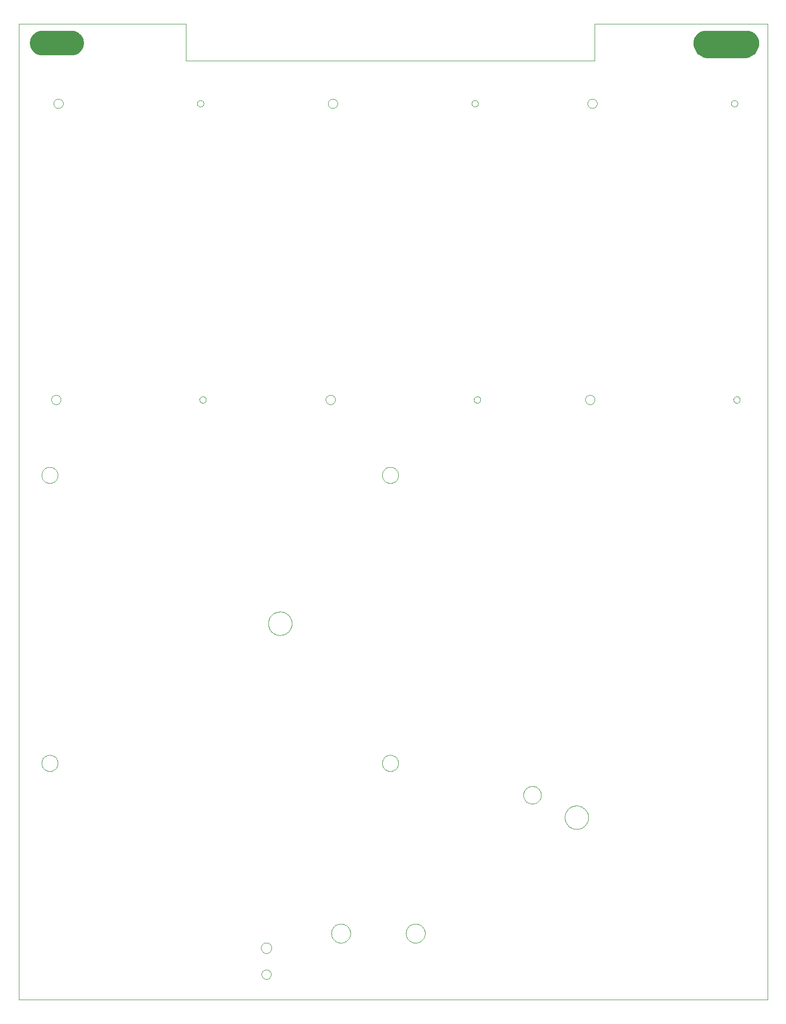
<source format=gbp>
G04 EAGLE Gerber RS-274X export*
G75*
%MOIN*%
%FSLAX34Y34*%
%LPD*%
%INBottom solder paste for stencil*%
%IPPOS*%
%AMOC8*
5,1,8,0,0,1.08239X$1,22.5*%
G01*
%ADD10C,0.000000*%

G36*
X48626Y68569D02*
X48626Y68569D01*
X48627Y68569D01*
X48767Y68579D01*
X48770Y68580D01*
X48773Y68580D01*
X48910Y68610D01*
X48913Y68611D01*
X48915Y68611D01*
X49047Y68660D01*
X49049Y68662D01*
X49052Y68663D01*
X49175Y68730D01*
X49177Y68732D01*
X49180Y68733D01*
X49292Y68817D01*
X49294Y68819D01*
X49296Y68821D01*
X49396Y68920D01*
X49397Y68922D01*
X49399Y68924D01*
X49483Y69037D01*
X49485Y69039D01*
X49486Y69041D01*
X49554Y69165D01*
X49555Y69167D01*
X49556Y69170D01*
X49605Y69301D01*
X49606Y69304D01*
X49607Y69306D01*
X49637Y69444D01*
X49637Y69446D01*
X49637Y69449D01*
X49647Y69589D01*
X49647Y69592D01*
X49647Y69595D01*
X49638Y69718D01*
X49637Y69721D01*
X49637Y69724D01*
X49608Y69844D01*
X49607Y69847D01*
X49606Y69850D01*
X49559Y69964D01*
X49557Y69967D01*
X49556Y69970D01*
X49491Y70075D01*
X49489Y70077D01*
X49488Y70080D01*
X49408Y70174D01*
X49405Y70176D01*
X49403Y70178D01*
X49309Y70258D01*
X49307Y70260D01*
X49304Y70262D01*
X49199Y70326D01*
X49196Y70328D01*
X49194Y70329D01*
X49080Y70377D01*
X49077Y70377D01*
X49074Y70378D01*
X48954Y70407D01*
X48951Y70408D01*
X48948Y70408D01*
X48824Y70418D01*
X48823Y70418D01*
X48821Y70418D01*
X46066Y70418D01*
X46064Y70418D01*
X46062Y70418D01*
X45939Y70408D01*
X45936Y70408D01*
X45933Y70407D01*
X45813Y70378D01*
X45810Y70377D01*
X45807Y70377D01*
X45693Y70329D01*
X45691Y70328D01*
X45688Y70326D01*
X45583Y70262D01*
X45580Y70260D01*
X45578Y70258D01*
X45484Y70178D01*
X45482Y70176D01*
X45479Y70174D01*
X45399Y70080D01*
X45398Y70077D01*
X45396Y70075D01*
X45331Y69970D01*
X45330Y69967D01*
X45328Y69964D01*
X45281Y69850D01*
X45280Y69847D01*
X45279Y69844D01*
X45250Y69724D01*
X45250Y69721D01*
X45249Y69718D01*
X45240Y69595D01*
X45240Y69592D01*
X45240Y69589D01*
X45250Y69449D01*
X45250Y69446D01*
X45250Y69444D01*
X45280Y69306D01*
X45281Y69304D01*
X45282Y69301D01*
X45331Y69170D01*
X45332Y69167D01*
X45333Y69165D01*
X45400Y69041D01*
X45402Y69039D01*
X45403Y69037D01*
X45488Y68924D01*
X45490Y68922D01*
X45491Y68920D01*
X45591Y68821D01*
X45593Y68819D01*
X45595Y68817D01*
X45707Y68733D01*
X45709Y68732D01*
X45712Y68730D01*
X45835Y68663D01*
X45838Y68662D01*
X45840Y68660D01*
X45972Y68611D01*
X45974Y68611D01*
X45977Y68610D01*
X46114Y68580D01*
X46117Y68580D01*
X46120Y68579D01*
X46260Y68569D01*
X46261Y68569D01*
X46262Y68569D01*
X48625Y68569D01*
X48626Y68569D01*
G37*
G36*
X3547Y68766D02*
X3547Y68766D01*
X3549Y68766D01*
X3672Y68776D01*
X3675Y68776D01*
X3678Y68777D01*
X3798Y68806D01*
X3799Y68806D01*
X3800Y68806D01*
X3802Y68807D01*
X3804Y68807D01*
X3918Y68855D01*
X3921Y68856D01*
X3923Y68857D01*
X4029Y68922D01*
X4031Y68924D01*
X4034Y68926D01*
X4128Y69006D01*
X4130Y69008D01*
X4132Y69010D01*
X4212Y69104D01*
X4214Y69107D01*
X4216Y69109D01*
X4280Y69214D01*
X4282Y69217D01*
X4283Y69220D01*
X4330Y69334D01*
X4331Y69337D01*
X4332Y69340D01*
X4361Y69460D01*
X4361Y69463D01*
X4362Y69466D01*
X4372Y69589D01*
X4372Y69592D01*
X4372Y69595D01*
X4362Y69718D01*
X4361Y69721D01*
X4361Y69724D01*
X4332Y69844D01*
X4331Y69847D01*
X4330Y69850D01*
X4283Y69964D01*
X4282Y69967D01*
X4280Y69970D01*
X4216Y70075D01*
X4214Y70077D01*
X4212Y70080D01*
X4132Y70174D01*
X4130Y70176D01*
X4128Y70178D01*
X4034Y70258D01*
X4031Y70260D01*
X4029Y70262D01*
X3923Y70326D01*
X3921Y70328D01*
X3918Y70329D01*
X3804Y70377D01*
X3801Y70377D01*
X3798Y70378D01*
X3678Y70407D01*
X3675Y70408D01*
X3672Y70408D01*
X3549Y70418D01*
X3547Y70418D01*
X3546Y70418D01*
X1577Y70418D01*
X1576Y70418D01*
X1574Y70418D01*
X1451Y70408D01*
X1448Y70408D01*
X1445Y70407D01*
X1325Y70378D01*
X1322Y70377D01*
X1319Y70377D01*
X1205Y70329D01*
X1202Y70328D01*
X1200Y70326D01*
X1094Y70262D01*
X1092Y70260D01*
X1089Y70258D01*
X995Y70178D01*
X993Y70176D01*
X991Y70174D01*
X911Y70080D01*
X909Y70077D01*
X907Y70075D01*
X843Y69970D01*
X842Y69967D01*
X840Y69964D01*
X793Y69850D01*
X792Y69847D01*
X791Y69844D01*
X762Y69724D01*
X762Y69721D01*
X761Y69718D01*
X751Y69595D01*
X752Y69592D01*
X751Y69589D01*
X761Y69466D01*
X762Y69463D01*
X762Y69460D01*
X791Y69340D01*
X792Y69337D01*
X793Y69334D01*
X840Y69220D01*
X842Y69217D01*
X843Y69214D01*
X907Y69109D01*
X909Y69107D01*
X911Y69104D01*
X991Y69010D01*
X993Y69008D01*
X995Y69006D01*
X1089Y68926D01*
X1092Y68924D01*
X1094Y68922D01*
X1200Y68857D01*
X1202Y68856D01*
X1205Y68855D01*
X1319Y68807D01*
X1321Y68807D01*
X1323Y68806D01*
X1324Y68806D01*
X1325Y68806D01*
X1445Y68777D01*
X1448Y68776D01*
X1451Y68776D01*
X1574Y68766D01*
X1576Y68766D01*
X1577Y68766D01*
X3546Y68766D01*
X3547Y68766D01*
G37*
D10*
X0Y5512D02*
X50197Y5512D01*
X50197Y70866D01*
X38600Y70866D01*
X11200Y70866D02*
X0Y70866D01*
X0Y5512D01*
X16733Y30709D02*
X16735Y30765D01*
X16741Y30820D01*
X16751Y30874D01*
X16764Y30928D01*
X16782Y30981D01*
X16803Y31032D01*
X16827Y31082D01*
X16855Y31130D01*
X16887Y31176D01*
X16921Y31220D01*
X16959Y31261D01*
X16999Y31299D01*
X17042Y31334D01*
X17087Y31366D01*
X17135Y31395D01*
X17184Y31421D01*
X17235Y31443D01*
X17287Y31461D01*
X17341Y31475D01*
X17396Y31486D01*
X17451Y31493D01*
X17506Y31496D01*
X17562Y31495D01*
X17617Y31490D01*
X17672Y31481D01*
X17726Y31469D01*
X17779Y31452D01*
X17831Y31432D01*
X17881Y31408D01*
X17929Y31381D01*
X17976Y31351D01*
X18020Y31317D01*
X18062Y31280D01*
X18100Y31240D01*
X18137Y31198D01*
X18170Y31153D01*
X18199Y31107D01*
X18226Y31058D01*
X18248Y31007D01*
X18268Y30955D01*
X18283Y30901D01*
X18295Y30847D01*
X18303Y30792D01*
X18307Y30737D01*
X18307Y30681D01*
X18303Y30626D01*
X18295Y30571D01*
X18283Y30517D01*
X18268Y30463D01*
X18248Y30411D01*
X18226Y30360D01*
X18199Y30311D01*
X18170Y30265D01*
X18137Y30220D01*
X18100Y30178D01*
X18062Y30138D01*
X18020Y30101D01*
X17976Y30067D01*
X17929Y30037D01*
X17881Y30010D01*
X17831Y29986D01*
X17779Y29966D01*
X17726Y29949D01*
X17672Y29937D01*
X17617Y29928D01*
X17562Y29923D01*
X17506Y29922D01*
X17451Y29925D01*
X17396Y29932D01*
X17341Y29943D01*
X17287Y29957D01*
X17235Y29975D01*
X17184Y29997D01*
X17135Y30023D01*
X17087Y30052D01*
X17042Y30084D01*
X16999Y30119D01*
X16959Y30157D01*
X16921Y30198D01*
X16887Y30242D01*
X16855Y30288D01*
X16827Y30336D01*
X16803Y30386D01*
X16782Y30437D01*
X16764Y30490D01*
X16751Y30544D01*
X16741Y30598D01*
X16735Y30653D01*
X16733Y30709D01*
X11200Y68400D02*
X11200Y70866D01*
X11200Y68400D02*
X38600Y68400D01*
X38600Y70866D01*
X36615Y17717D02*
X36617Y17773D01*
X36623Y17828D01*
X36633Y17882D01*
X36646Y17936D01*
X36664Y17989D01*
X36685Y18040D01*
X36709Y18090D01*
X36737Y18138D01*
X36769Y18184D01*
X36803Y18228D01*
X36841Y18269D01*
X36881Y18307D01*
X36924Y18342D01*
X36969Y18374D01*
X37017Y18403D01*
X37066Y18429D01*
X37117Y18451D01*
X37169Y18469D01*
X37223Y18483D01*
X37278Y18494D01*
X37333Y18501D01*
X37388Y18504D01*
X37444Y18503D01*
X37499Y18498D01*
X37554Y18489D01*
X37608Y18477D01*
X37661Y18460D01*
X37713Y18440D01*
X37763Y18416D01*
X37811Y18389D01*
X37858Y18359D01*
X37902Y18325D01*
X37944Y18288D01*
X37982Y18248D01*
X38019Y18206D01*
X38052Y18161D01*
X38081Y18115D01*
X38108Y18066D01*
X38130Y18015D01*
X38150Y17963D01*
X38165Y17909D01*
X38177Y17855D01*
X38185Y17800D01*
X38189Y17745D01*
X38189Y17689D01*
X38185Y17634D01*
X38177Y17579D01*
X38165Y17525D01*
X38150Y17471D01*
X38130Y17419D01*
X38108Y17368D01*
X38081Y17319D01*
X38052Y17273D01*
X38019Y17228D01*
X37982Y17186D01*
X37944Y17146D01*
X37902Y17109D01*
X37858Y17075D01*
X37811Y17045D01*
X37763Y17018D01*
X37713Y16994D01*
X37661Y16974D01*
X37608Y16957D01*
X37554Y16945D01*
X37499Y16936D01*
X37444Y16931D01*
X37388Y16930D01*
X37333Y16933D01*
X37278Y16940D01*
X37223Y16951D01*
X37169Y16965D01*
X37117Y16983D01*
X37066Y17005D01*
X37017Y17031D01*
X36969Y17060D01*
X36924Y17092D01*
X36881Y17127D01*
X36841Y17165D01*
X36803Y17206D01*
X36769Y17250D01*
X36737Y17296D01*
X36709Y17344D01*
X36685Y17394D01*
X36664Y17445D01*
X36646Y17498D01*
X36633Y17552D01*
X36623Y17606D01*
X36617Y17661D01*
X36615Y17717D01*
X20585Y45700D02*
X20587Y45735D01*
X20593Y45770D01*
X20603Y45804D01*
X20616Y45837D01*
X20633Y45868D01*
X20654Y45896D01*
X20677Y45923D01*
X20704Y45946D01*
X20732Y45967D01*
X20763Y45984D01*
X20796Y45997D01*
X20830Y46007D01*
X20865Y46013D01*
X20900Y46015D01*
X20935Y46013D01*
X20970Y46007D01*
X21004Y45997D01*
X21037Y45984D01*
X21068Y45967D01*
X21096Y45946D01*
X21123Y45923D01*
X21146Y45896D01*
X21167Y45868D01*
X21184Y45837D01*
X21197Y45804D01*
X21207Y45770D01*
X21213Y45735D01*
X21215Y45700D01*
X21213Y45665D01*
X21207Y45630D01*
X21197Y45596D01*
X21184Y45563D01*
X21167Y45532D01*
X21146Y45504D01*
X21123Y45477D01*
X21096Y45454D01*
X21068Y45433D01*
X21037Y45416D01*
X21004Y45403D01*
X20970Y45393D01*
X20935Y45387D01*
X20900Y45385D01*
X20865Y45387D01*
X20830Y45393D01*
X20796Y45403D01*
X20763Y45416D01*
X20732Y45433D01*
X20704Y45454D01*
X20677Y45477D01*
X20654Y45504D01*
X20633Y45532D01*
X20616Y45563D01*
X20603Y45596D01*
X20593Y45630D01*
X20587Y45665D01*
X20585Y45700D01*
X30526Y45700D02*
X30528Y45729D01*
X30534Y45757D01*
X30543Y45785D01*
X30556Y45811D01*
X30573Y45834D01*
X30592Y45856D01*
X30614Y45875D01*
X30639Y45890D01*
X30665Y45903D01*
X30693Y45911D01*
X30721Y45916D01*
X30750Y45917D01*
X30779Y45914D01*
X30807Y45907D01*
X30834Y45897D01*
X30860Y45883D01*
X30883Y45866D01*
X30904Y45846D01*
X30922Y45823D01*
X30937Y45798D01*
X30948Y45771D01*
X30956Y45743D01*
X30960Y45714D01*
X30960Y45686D01*
X30956Y45657D01*
X30948Y45629D01*
X30937Y45602D01*
X30922Y45577D01*
X30904Y45554D01*
X30883Y45534D01*
X30860Y45517D01*
X30834Y45503D01*
X30807Y45493D01*
X30779Y45486D01*
X30750Y45483D01*
X30721Y45484D01*
X30693Y45489D01*
X30665Y45497D01*
X30639Y45510D01*
X30614Y45525D01*
X30592Y45544D01*
X30573Y45566D01*
X30556Y45589D01*
X30543Y45615D01*
X30534Y45643D01*
X30528Y45671D01*
X30526Y45700D01*
X20742Y65543D02*
X20744Y65578D01*
X20750Y65613D01*
X20760Y65647D01*
X20773Y65680D01*
X20790Y65711D01*
X20811Y65739D01*
X20834Y65766D01*
X20861Y65789D01*
X20889Y65810D01*
X20920Y65827D01*
X20953Y65840D01*
X20987Y65850D01*
X21022Y65856D01*
X21057Y65858D01*
X21092Y65856D01*
X21127Y65850D01*
X21161Y65840D01*
X21194Y65827D01*
X21225Y65810D01*
X21253Y65789D01*
X21280Y65766D01*
X21303Y65739D01*
X21324Y65711D01*
X21341Y65680D01*
X21354Y65647D01*
X21364Y65613D01*
X21370Y65578D01*
X21372Y65543D01*
X21370Y65508D01*
X21364Y65473D01*
X21354Y65439D01*
X21341Y65406D01*
X21324Y65375D01*
X21303Y65347D01*
X21280Y65320D01*
X21253Y65297D01*
X21225Y65276D01*
X21194Y65259D01*
X21161Y65246D01*
X21127Y65236D01*
X21092Y65230D01*
X21057Y65228D01*
X21022Y65230D01*
X20987Y65236D01*
X20953Y65246D01*
X20920Y65259D01*
X20889Y65276D01*
X20861Y65297D01*
X20834Y65320D01*
X20811Y65347D01*
X20790Y65375D01*
X20773Y65406D01*
X20760Y65439D01*
X20750Y65473D01*
X20744Y65508D01*
X20742Y65543D01*
X30368Y65543D02*
X30370Y65572D01*
X30376Y65600D01*
X30385Y65628D01*
X30398Y65654D01*
X30415Y65677D01*
X30434Y65699D01*
X30456Y65718D01*
X30481Y65733D01*
X30507Y65746D01*
X30535Y65754D01*
X30563Y65759D01*
X30592Y65760D01*
X30621Y65757D01*
X30649Y65750D01*
X30676Y65740D01*
X30702Y65726D01*
X30725Y65709D01*
X30746Y65689D01*
X30764Y65666D01*
X30779Y65641D01*
X30790Y65614D01*
X30798Y65586D01*
X30802Y65557D01*
X30802Y65529D01*
X30798Y65500D01*
X30790Y65472D01*
X30779Y65445D01*
X30764Y65420D01*
X30746Y65397D01*
X30725Y65377D01*
X30702Y65360D01*
X30676Y65346D01*
X30649Y65336D01*
X30621Y65329D01*
X30592Y65326D01*
X30563Y65327D01*
X30535Y65332D01*
X30507Y65340D01*
X30481Y65353D01*
X30456Y65368D01*
X30434Y65387D01*
X30415Y65409D01*
X30398Y65432D01*
X30385Y65458D01*
X30376Y65486D01*
X30370Y65514D01*
X30368Y65543D01*
X2185Y45700D02*
X2187Y45735D01*
X2193Y45770D01*
X2203Y45804D01*
X2216Y45837D01*
X2233Y45868D01*
X2254Y45896D01*
X2277Y45923D01*
X2304Y45946D01*
X2332Y45967D01*
X2363Y45984D01*
X2396Y45997D01*
X2430Y46007D01*
X2465Y46013D01*
X2500Y46015D01*
X2535Y46013D01*
X2570Y46007D01*
X2604Y45997D01*
X2637Y45984D01*
X2668Y45967D01*
X2696Y45946D01*
X2723Y45923D01*
X2746Y45896D01*
X2767Y45868D01*
X2784Y45837D01*
X2797Y45804D01*
X2807Y45770D01*
X2813Y45735D01*
X2815Y45700D01*
X2813Y45665D01*
X2807Y45630D01*
X2797Y45596D01*
X2784Y45563D01*
X2767Y45532D01*
X2746Y45504D01*
X2723Y45477D01*
X2696Y45454D01*
X2668Y45433D01*
X2637Y45416D01*
X2604Y45403D01*
X2570Y45393D01*
X2535Y45387D01*
X2500Y45385D01*
X2465Y45387D01*
X2430Y45393D01*
X2396Y45403D01*
X2363Y45416D01*
X2332Y45433D01*
X2304Y45454D01*
X2277Y45477D01*
X2254Y45504D01*
X2233Y45532D01*
X2216Y45563D01*
X2203Y45596D01*
X2193Y45630D01*
X2187Y45665D01*
X2185Y45700D01*
X12126Y45700D02*
X12128Y45729D01*
X12134Y45757D01*
X12143Y45785D01*
X12156Y45811D01*
X12173Y45834D01*
X12192Y45856D01*
X12214Y45875D01*
X12239Y45890D01*
X12265Y45903D01*
X12293Y45911D01*
X12321Y45916D01*
X12350Y45917D01*
X12379Y45914D01*
X12407Y45907D01*
X12434Y45897D01*
X12460Y45883D01*
X12483Y45866D01*
X12504Y45846D01*
X12522Y45823D01*
X12537Y45798D01*
X12548Y45771D01*
X12556Y45743D01*
X12560Y45714D01*
X12560Y45686D01*
X12556Y45657D01*
X12548Y45629D01*
X12537Y45602D01*
X12522Y45577D01*
X12504Y45554D01*
X12483Y45534D01*
X12460Y45517D01*
X12434Y45503D01*
X12407Y45493D01*
X12379Y45486D01*
X12350Y45483D01*
X12321Y45484D01*
X12293Y45489D01*
X12265Y45497D01*
X12239Y45510D01*
X12214Y45525D01*
X12192Y45544D01*
X12173Y45566D01*
X12156Y45589D01*
X12143Y45615D01*
X12134Y45643D01*
X12128Y45671D01*
X12126Y45700D01*
X2342Y65543D02*
X2344Y65578D01*
X2350Y65613D01*
X2360Y65647D01*
X2373Y65680D01*
X2390Y65711D01*
X2411Y65739D01*
X2434Y65766D01*
X2461Y65789D01*
X2489Y65810D01*
X2520Y65827D01*
X2553Y65840D01*
X2587Y65850D01*
X2622Y65856D01*
X2657Y65858D01*
X2692Y65856D01*
X2727Y65850D01*
X2761Y65840D01*
X2794Y65827D01*
X2825Y65810D01*
X2853Y65789D01*
X2880Y65766D01*
X2903Y65739D01*
X2924Y65711D01*
X2941Y65680D01*
X2954Y65647D01*
X2964Y65613D01*
X2970Y65578D01*
X2972Y65543D01*
X2970Y65508D01*
X2964Y65473D01*
X2954Y65439D01*
X2941Y65406D01*
X2924Y65375D01*
X2903Y65347D01*
X2880Y65320D01*
X2853Y65297D01*
X2825Y65276D01*
X2794Y65259D01*
X2761Y65246D01*
X2727Y65236D01*
X2692Y65230D01*
X2657Y65228D01*
X2622Y65230D01*
X2587Y65236D01*
X2553Y65246D01*
X2520Y65259D01*
X2489Y65276D01*
X2461Y65297D01*
X2434Y65320D01*
X2411Y65347D01*
X2390Y65375D01*
X2373Y65406D01*
X2360Y65439D01*
X2350Y65473D01*
X2344Y65508D01*
X2342Y65543D01*
X11968Y65543D02*
X11970Y65572D01*
X11976Y65600D01*
X11985Y65628D01*
X11998Y65654D01*
X12015Y65677D01*
X12034Y65699D01*
X12056Y65718D01*
X12081Y65733D01*
X12107Y65746D01*
X12135Y65754D01*
X12163Y65759D01*
X12192Y65760D01*
X12221Y65757D01*
X12249Y65750D01*
X12276Y65740D01*
X12302Y65726D01*
X12325Y65709D01*
X12346Y65689D01*
X12364Y65666D01*
X12379Y65641D01*
X12390Y65614D01*
X12398Y65586D01*
X12402Y65557D01*
X12402Y65529D01*
X12398Y65500D01*
X12390Y65472D01*
X12379Y65445D01*
X12364Y65420D01*
X12346Y65397D01*
X12325Y65377D01*
X12302Y65360D01*
X12276Y65346D01*
X12249Y65336D01*
X12221Y65329D01*
X12192Y65326D01*
X12163Y65327D01*
X12135Y65332D01*
X12107Y65340D01*
X12081Y65353D01*
X12056Y65368D01*
X12034Y65387D01*
X12015Y65409D01*
X11998Y65432D01*
X11985Y65458D01*
X11976Y65486D01*
X11970Y65514D01*
X11968Y65543D01*
X37985Y45700D02*
X37987Y45735D01*
X37993Y45770D01*
X38003Y45804D01*
X38016Y45837D01*
X38033Y45868D01*
X38054Y45896D01*
X38077Y45923D01*
X38104Y45946D01*
X38132Y45967D01*
X38163Y45984D01*
X38196Y45997D01*
X38230Y46007D01*
X38265Y46013D01*
X38300Y46015D01*
X38335Y46013D01*
X38370Y46007D01*
X38404Y45997D01*
X38437Y45984D01*
X38468Y45967D01*
X38496Y45946D01*
X38523Y45923D01*
X38546Y45896D01*
X38567Y45868D01*
X38584Y45837D01*
X38597Y45804D01*
X38607Y45770D01*
X38613Y45735D01*
X38615Y45700D01*
X38613Y45665D01*
X38607Y45630D01*
X38597Y45596D01*
X38584Y45563D01*
X38567Y45532D01*
X38546Y45504D01*
X38523Y45477D01*
X38496Y45454D01*
X38468Y45433D01*
X38437Y45416D01*
X38404Y45403D01*
X38370Y45393D01*
X38335Y45387D01*
X38300Y45385D01*
X38265Y45387D01*
X38230Y45393D01*
X38196Y45403D01*
X38163Y45416D01*
X38132Y45433D01*
X38104Y45454D01*
X38077Y45477D01*
X38054Y45504D01*
X38033Y45532D01*
X38016Y45563D01*
X38003Y45596D01*
X37993Y45630D01*
X37987Y45665D01*
X37985Y45700D01*
X47926Y45700D02*
X47928Y45729D01*
X47934Y45757D01*
X47943Y45785D01*
X47956Y45811D01*
X47973Y45834D01*
X47992Y45856D01*
X48014Y45875D01*
X48039Y45890D01*
X48065Y45903D01*
X48093Y45911D01*
X48121Y45916D01*
X48150Y45917D01*
X48179Y45914D01*
X48207Y45907D01*
X48234Y45897D01*
X48260Y45883D01*
X48283Y45866D01*
X48304Y45846D01*
X48322Y45823D01*
X48337Y45798D01*
X48348Y45771D01*
X48356Y45743D01*
X48360Y45714D01*
X48360Y45686D01*
X48356Y45657D01*
X48348Y45629D01*
X48337Y45602D01*
X48322Y45577D01*
X48304Y45554D01*
X48283Y45534D01*
X48260Y45517D01*
X48234Y45503D01*
X48207Y45493D01*
X48179Y45486D01*
X48150Y45483D01*
X48121Y45484D01*
X48093Y45489D01*
X48065Y45497D01*
X48039Y45510D01*
X48014Y45525D01*
X47992Y45544D01*
X47973Y45566D01*
X47956Y45589D01*
X47943Y45615D01*
X47934Y45643D01*
X47928Y45671D01*
X47926Y45700D01*
X38142Y65543D02*
X38144Y65578D01*
X38150Y65613D01*
X38160Y65647D01*
X38173Y65680D01*
X38190Y65711D01*
X38211Y65739D01*
X38234Y65766D01*
X38261Y65789D01*
X38289Y65810D01*
X38320Y65827D01*
X38353Y65840D01*
X38387Y65850D01*
X38422Y65856D01*
X38457Y65858D01*
X38492Y65856D01*
X38527Y65850D01*
X38561Y65840D01*
X38594Y65827D01*
X38625Y65810D01*
X38653Y65789D01*
X38680Y65766D01*
X38703Y65739D01*
X38724Y65711D01*
X38741Y65680D01*
X38754Y65647D01*
X38764Y65613D01*
X38770Y65578D01*
X38772Y65543D01*
X38770Y65508D01*
X38764Y65473D01*
X38754Y65439D01*
X38741Y65406D01*
X38724Y65375D01*
X38703Y65347D01*
X38680Y65320D01*
X38653Y65297D01*
X38625Y65276D01*
X38594Y65259D01*
X38561Y65246D01*
X38527Y65236D01*
X38492Y65230D01*
X38457Y65228D01*
X38422Y65230D01*
X38387Y65236D01*
X38353Y65246D01*
X38320Y65259D01*
X38289Y65276D01*
X38261Y65297D01*
X38234Y65320D01*
X38211Y65347D01*
X38190Y65375D01*
X38173Y65406D01*
X38160Y65439D01*
X38150Y65473D01*
X38144Y65508D01*
X38142Y65543D01*
X47768Y65543D02*
X47770Y65572D01*
X47776Y65600D01*
X47785Y65628D01*
X47798Y65654D01*
X47815Y65677D01*
X47834Y65699D01*
X47856Y65718D01*
X47881Y65733D01*
X47907Y65746D01*
X47935Y65754D01*
X47963Y65759D01*
X47992Y65760D01*
X48021Y65757D01*
X48049Y65750D01*
X48076Y65740D01*
X48102Y65726D01*
X48125Y65709D01*
X48146Y65689D01*
X48164Y65666D01*
X48179Y65641D01*
X48190Y65614D01*
X48198Y65586D01*
X48202Y65557D01*
X48202Y65529D01*
X48198Y65500D01*
X48190Y65472D01*
X48179Y65445D01*
X48164Y65420D01*
X48146Y65397D01*
X48125Y65377D01*
X48102Y65360D01*
X48076Y65346D01*
X48049Y65336D01*
X48021Y65329D01*
X47992Y65326D01*
X47963Y65327D01*
X47935Y65332D01*
X47907Y65340D01*
X47881Y65353D01*
X47856Y65368D01*
X47834Y65387D01*
X47815Y65409D01*
X47798Y65432D01*
X47785Y65458D01*
X47776Y65486D01*
X47770Y65514D01*
X47768Y65543D01*
X20960Y9950D02*
X20962Y10000D01*
X20968Y10050D01*
X20978Y10099D01*
X20991Y10148D01*
X21009Y10195D01*
X21030Y10241D01*
X21054Y10284D01*
X21082Y10326D01*
X21113Y10366D01*
X21147Y10403D01*
X21184Y10437D01*
X21224Y10468D01*
X21266Y10496D01*
X21309Y10520D01*
X21355Y10541D01*
X21402Y10559D01*
X21451Y10572D01*
X21500Y10582D01*
X21550Y10588D01*
X21600Y10590D01*
X21650Y10588D01*
X21700Y10582D01*
X21749Y10572D01*
X21798Y10559D01*
X21845Y10541D01*
X21891Y10520D01*
X21934Y10496D01*
X21976Y10468D01*
X22016Y10437D01*
X22053Y10403D01*
X22087Y10366D01*
X22118Y10326D01*
X22146Y10284D01*
X22170Y10241D01*
X22191Y10195D01*
X22209Y10148D01*
X22222Y10099D01*
X22232Y10050D01*
X22238Y10000D01*
X22240Y9950D01*
X22238Y9900D01*
X22232Y9850D01*
X22222Y9801D01*
X22209Y9752D01*
X22191Y9705D01*
X22170Y9659D01*
X22146Y9616D01*
X22118Y9574D01*
X22087Y9534D01*
X22053Y9497D01*
X22016Y9463D01*
X21976Y9432D01*
X21934Y9404D01*
X21891Y9380D01*
X21845Y9359D01*
X21798Y9341D01*
X21749Y9328D01*
X21700Y9318D01*
X21650Y9312D01*
X21600Y9310D01*
X21550Y9312D01*
X21500Y9318D01*
X21451Y9328D01*
X21402Y9341D01*
X21355Y9359D01*
X21309Y9380D01*
X21266Y9404D01*
X21224Y9432D01*
X21184Y9463D01*
X21147Y9497D01*
X21113Y9534D01*
X21082Y9574D01*
X21054Y9616D01*
X21030Y9659D01*
X21009Y9705D01*
X20991Y9752D01*
X20978Y9801D01*
X20968Y9850D01*
X20962Y9900D01*
X20960Y9950D01*
X25960Y9950D02*
X25962Y10000D01*
X25968Y10050D01*
X25978Y10099D01*
X25991Y10148D01*
X26009Y10195D01*
X26030Y10241D01*
X26054Y10284D01*
X26082Y10326D01*
X26113Y10366D01*
X26147Y10403D01*
X26184Y10437D01*
X26224Y10468D01*
X26266Y10496D01*
X26309Y10520D01*
X26355Y10541D01*
X26402Y10559D01*
X26451Y10572D01*
X26500Y10582D01*
X26550Y10588D01*
X26600Y10590D01*
X26650Y10588D01*
X26700Y10582D01*
X26749Y10572D01*
X26798Y10559D01*
X26845Y10541D01*
X26891Y10520D01*
X26934Y10496D01*
X26976Y10468D01*
X27016Y10437D01*
X27053Y10403D01*
X27087Y10366D01*
X27118Y10326D01*
X27146Y10284D01*
X27170Y10241D01*
X27191Y10195D01*
X27209Y10148D01*
X27222Y10099D01*
X27232Y10050D01*
X27238Y10000D01*
X27240Y9950D01*
X27238Y9900D01*
X27232Y9850D01*
X27222Y9801D01*
X27209Y9752D01*
X27191Y9705D01*
X27170Y9659D01*
X27146Y9616D01*
X27118Y9574D01*
X27087Y9534D01*
X27053Y9497D01*
X27016Y9463D01*
X26976Y9432D01*
X26934Y9404D01*
X26891Y9380D01*
X26845Y9359D01*
X26798Y9341D01*
X26749Y9328D01*
X26700Y9318D01*
X26650Y9312D01*
X26600Y9310D01*
X26550Y9312D01*
X26500Y9318D01*
X26451Y9328D01*
X26402Y9341D01*
X26355Y9359D01*
X26309Y9380D01*
X26266Y9404D01*
X26224Y9432D01*
X26184Y9463D01*
X26147Y9497D01*
X26113Y9534D01*
X26082Y9574D01*
X26054Y9616D01*
X26030Y9659D01*
X26009Y9705D01*
X25991Y9752D01*
X25978Y9801D01*
X25968Y9850D01*
X25962Y9900D01*
X25960Y9950D01*
X1535Y40647D02*
X1537Y40693D01*
X1543Y40738D01*
X1552Y40783D01*
X1566Y40827D01*
X1583Y40870D01*
X1604Y40911D01*
X1628Y40950D01*
X1655Y40987D01*
X1685Y41021D01*
X1719Y41053D01*
X1754Y41082D01*
X1792Y41108D01*
X1832Y41130D01*
X1874Y41149D01*
X1918Y41164D01*
X1962Y41176D01*
X2007Y41184D01*
X2053Y41188D01*
X2099Y41188D01*
X2145Y41184D01*
X2190Y41176D01*
X2234Y41164D01*
X2278Y41149D01*
X2320Y41130D01*
X2360Y41108D01*
X2398Y41082D01*
X2433Y41053D01*
X2467Y41021D01*
X2497Y40987D01*
X2524Y40950D01*
X2548Y40911D01*
X2569Y40870D01*
X2586Y40827D01*
X2600Y40783D01*
X2609Y40738D01*
X2615Y40693D01*
X2617Y40647D01*
X2615Y40601D01*
X2609Y40556D01*
X2600Y40511D01*
X2586Y40467D01*
X2569Y40424D01*
X2548Y40383D01*
X2524Y40344D01*
X2497Y40307D01*
X2467Y40273D01*
X2433Y40241D01*
X2398Y40212D01*
X2360Y40186D01*
X2320Y40164D01*
X2278Y40145D01*
X2234Y40130D01*
X2190Y40118D01*
X2145Y40110D01*
X2099Y40106D01*
X2053Y40106D01*
X2007Y40110D01*
X1962Y40118D01*
X1918Y40130D01*
X1874Y40145D01*
X1832Y40164D01*
X1792Y40186D01*
X1754Y40212D01*
X1719Y40241D01*
X1685Y40273D01*
X1655Y40307D01*
X1628Y40344D01*
X1604Y40383D01*
X1583Y40424D01*
X1566Y40467D01*
X1552Y40511D01*
X1543Y40556D01*
X1537Y40601D01*
X1535Y40647D01*
X24369Y40647D02*
X24371Y40693D01*
X24377Y40738D01*
X24386Y40783D01*
X24400Y40827D01*
X24417Y40870D01*
X24438Y40911D01*
X24462Y40950D01*
X24489Y40987D01*
X24519Y41021D01*
X24553Y41053D01*
X24588Y41082D01*
X24626Y41108D01*
X24666Y41130D01*
X24708Y41149D01*
X24752Y41164D01*
X24796Y41176D01*
X24841Y41184D01*
X24887Y41188D01*
X24933Y41188D01*
X24979Y41184D01*
X25024Y41176D01*
X25068Y41164D01*
X25112Y41149D01*
X25154Y41130D01*
X25194Y41108D01*
X25232Y41082D01*
X25267Y41053D01*
X25301Y41021D01*
X25331Y40987D01*
X25358Y40950D01*
X25382Y40911D01*
X25403Y40870D01*
X25420Y40827D01*
X25434Y40783D01*
X25443Y40738D01*
X25449Y40693D01*
X25451Y40647D01*
X25449Y40601D01*
X25443Y40556D01*
X25434Y40511D01*
X25420Y40467D01*
X25403Y40424D01*
X25382Y40383D01*
X25358Y40344D01*
X25331Y40307D01*
X25301Y40273D01*
X25267Y40241D01*
X25232Y40212D01*
X25194Y40186D01*
X25154Y40164D01*
X25112Y40145D01*
X25068Y40130D01*
X25024Y40118D01*
X24979Y40110D01*
X24933Y40106D01*
X24887Y40106D01*
X24841Y40110D01*
X24796Y40118D01*
X24752Y40130D01*
X24708Y40145D01*
X24666Y40164D01*
X24626Y40186D01*
X24588Y40212D01*
X24553Y40241D01*
X24519Y40273D01*
X24489Y40307D01*
X24462Y40344D01*
X24438Y40383D01*
X24417Y40424D01*
X24400Y40467D01*
X24386Y40511D01*
X24377Y40556D01*
X24371Y40601D01*
X24369Y40647D01*
X1535Y21356D02*
X1537Y21402D01*
X1543Y21447D01*
X1552Y21492D01*
X1566Y21536D01*
X1583Y21579D01*
X1604Y21620D01*
X1628Y21659D01*
X1655Y21696D01*
X1685Y21730D01*
X1719Y21762D01*
X1754Y21791D01*
X1792Y21817D01*
X1832Y21839D01*
X1874Y21858D01*
X1918Y21873D01*
X1962Y21885D01*
X2007Y21893D01*
X2053Y21897D01*
X2099Y21897D01*
X2145Y21893D01*
X2190Y21885D01*
X2234Y21873D01*
X2278Y21858D01*
X2320Y21839D01*
X2360Y21817D01*
X2398Y21791D01*
X2433Y21762D01*
X2467Y21730D01*
X2497Y21696D01*
X2524Y21659D01*
X2548Y21620D01*
X2569Y21579D01*
X2586Y21536D01*
X2600Y21492D01*
X2609Y21447D01*
X2615Y21402D01*
X2617Y21356D01*
X2615Y21310D01*
X2609Y21265D01*
X2600Y21220D01*
X2586Y21176D01*
X2569Y21133D01*
X2548Y21092D01*
X2524Y21053D01*
X2497Y21016D01*
X2467Y20982D01*
X2433Y20950D01*
X2398Y20921D01*
X2360Y20895D01*
X2320Y20873D01*
X2278Y20854D01*
X2234Y20839D01*
X2190Y20827D01*
X2145Y20819D01*
X2099Y20815D01*
X2053Y20815D01*
X2007Y20819D01*
X1962Y20827D01*
X1918Y20839D01*
X1874Y20854D01*
X1832Y20873D01*
X1792Y20895D01*
X1754Y20921D01*
X1719Y20950D01*
X1685Y20982D01*
X1655Y21016D01*
X1628Y21053D01*
X1604Y21092D01*
X1583Y21133D01*
X1566Y21176D01*
X1552Y21220D01*
X1543Y21265D01*
X1537Y21310D01*
X1535Y21356D01*
X24369Y21356D02*
X24371Y21402D01*
X24377Y21447D01*
X24386Y21492D01*
X24400Y21536D01*
X24417Y21579D01*
X24438Y21620D01*
X24462Y21659D01*
X24489Y21696D01*
X24519Y21730D01*
X24553Y21762D01*
X24588Y21791D01*
X24626Y21817D01*
X24666Y21839D01*
X24708Y21858D01*
X24752Y21873D01*
X24796Y21885D01*
X24841Y21893D01*
X24887Y21897D01*
X24933Y21897D01*
X24979Y21893D01*
X25024Y21885D01*
X25068Y21873D01*
X25112Y21858D01*
X25154Y21839D01*
X25194Y21817D01*
X25232Y21791D01*
X25267Y21762D01*
X25301Y21730D01*
X25331Y21696D01*
X25358Y21659D01*
X25382Y21620D01*
X25403Y21579D01*
X25420Y21536D01*
X25434Y21492D01*
X25443Y21447D01*
X25449Y21402D01*
X25451Y21356D01*
X25449Y21310D01*
X25443Y21265D01*
X25434Y21220D01*
X25420Y21176D01*
X25403Y21133D01*
X25382Y21092D01*
X25358Y21053D01*
X25331Y21016D01*
X25301Y20982D01*
X25267Y20950D01*
X25232Y20921D01*
X25194Y20895D01*
X25154Y20873D01*
X25112Y20854D01*
X25068Y20839D01*
X25024Y20827D01*
X24979Y20819D01*
X24933Y20815D01*
X24887Y20815D01*
X24841Y20819D01*
X24796Y20827D01*
X24752Y20839D01*
X24708Y20854D01*
X24666Y20873D01*
X24626Y20895D01*
X24588Y20921D01*
X24553Y20950D01*
X24519Y20982D01*
X24489Y21016D01*
X24462Y21053D01*
X24438Y21092D01*
X24417Y21133D01*
X24400Y21176D01*
X24386Y21220D01*
X24377Y21265D01*
X24371Y21310D01*
X24369Y21356D01*
X33839Y19218D02*
X33841Y19266D01*
X33847Y19314D01*
X33857Y19361D01*
X33870Y19407D01*
X33888Y19452D01*
X33908Y19496D01*
X33933Y19538D01*
X33961Y19577D01*
X33991Y19614D01*
X34025Y19648D01*
X34062Y19680D01*
X34100Y19709D01*
X34141Y19734D01*
X34184Y19756D01*
X34229Y19774D01*
X34275Y19788D01*
X34322Y19799D01*
X34370Y19806D01*
X34418Y19809D01*
X34466Y19808D01*
X34514Y19803D01*
X34562Y19794D01*
X34608Y19782D01*
X34653Y19765D01*
X34697Y19745D01*
X34739Y19722D01*
X34779Y19695D01*
X34817Y19665D01*
X34852Y19632D01*
X34884Y19596D01*
X34914Y19558D01*
X34940Y19517D01*
X34962Y19474D01*
X34982Y19430D01*
X34997Y19385D01*
X35009Y19338D01*
X35017Y19290D01*
X35021Y19242D01*
X35021Y19194D01*
X35017Y19146D01*
X35009Y19098D01*
X34997Y19051D01*
X34982Y19006D01*
X34962Y18962D01*
X34940Y18919D01*
X34914Y18878D01*
X34884Y18840D01*
X34852Y18804D01*
X34817Y18771D01*
X34779Y18741D01*
X34739Y18714D01*
X34697Y18691D01*
X34653Y18671D01*
X34608Y18654D01*
X34562Y18642D01*
X34514Y18633D01*
X34466Y18628D01*
X34418Y18627D01*
X34370Y18630D01*
X34322Y18637D01*
X34275Y18648D01*
X34229Y18662D01*
X34184Y18680D01*
X34141Y18702D01*
X34100Y18727D01*
X34062Y18756D01*
X34025Y18788D01*
X33991Y18822D01*
X33961Y18859D01*
X33933Y18898D01*
X33908Y18940D01*
X33888Y18984D01*
X33870Y19029D01*
X33857Y19075D01*
X33847Y19122D01*
X33841Y19170D01*
X33839Y19218D01*
X16285Y7200D02*
X16287Y7235D01*
X16293Y7270D01*
X16303Y7304D01*
X16316Y7337D01*
X16333Y7368D01*
X16354Y7396D01*
X16377Y7423D01*
X16404Y7446D01*
X16432Y7467D01*
X16463Y7484D01*
X16496Y7497D01*
X16530Y7507D01*
X16565Y7513D01*
X16600Y7515D01*
X16635Y7513D01*
X16670Y7507D01*
X16704Y7497D01*
X16737Y7484D01*
X16768Y7467D01*
X16796Y7446D01*
X16823Y7423D01*
X16846Y7396D01*
X16867Y7368D01*
X16884Y7337D01*
X16897Y7304D01*
X16907Y7270D01*
X16913Y7235D01*
X16915Y7200D01*
X16913Y7165D01*
X16907Y7130D01*
X16897Y7096D01*
X16884Y7063D01*
X16867Y7032D01*
X16846Y7004D01*
X16823Y6977D01*
X16796Y6954D01*
X16768Y6933D01*
X16737Y6916D01*
X16704Y6903D01*
X16670Y6893D01*
X16635Y6887D01*
X16600Y6885D01*
X16565Y6887D01*
X16530Y6893D01*
X16496Y6903D01*
X16463Y6916D01*
X16432Y6933D01*
X16404Y6954D01*
X16377Y6977D01*
X16354Y7004D01*
X16333Y7032D01*
X16316Y7063D01*
X16303Y7096D01*
X16293Y7130D01*
X16287Y7165D01*
X16285Y7200D01*
X16246Y8972D02*
X16248Y9009D01*
X16254Y9046D01*
X16263Y9081D01*
X16277Y9116D01*
X16293Y9149D01*
X16314Y9180D01*
X16337Y9209D01*
X16363Y9235D01*
X16392Y9258D01*
X16423Y9279D01*
X16456Y9295D01*
X16491Y9309D01*
X16526Y9318D01*
X16563Y9324D01*
X16600Y9326D01*
X16637Y9324D01*
X16674Y9318D01*
X16709Y9309D01*
X16744Y9295D01*
X16777Y9279D01*
X16808Y9258D01*
X16837Y9235D01*
X16863Y9209D01*
X16886Y9180D01*
X16907Y9149D01*
X16923Y9116D01*
X16937Y9081D01*
X16946Y9046D01*
X16952Y9009D01*
X16954Y8972D01*
X16952Y8935D01*
X16946Y8898D01*
X16937Y8863D01*
X16923Y8828D01*
X16907Y8795D01*
X16886Y8764D01*
X16863Y8735D01*
X16837Y8709D01*
X16808Y8686D01*
X16777Y8665D01*
X16744Y8649D01*
X16709Y8635D01*
X16674Y8626D01*
X16637Y8620D01*
X16600Y8618D01*
X16563Y8620D01*
X16526Y8626D01*
X16491Y8635D01*
X16456Y8649D01*
X16423Y8665D01*
X16392Y8686D01*
X16363Y8709D01*
X16337Y8735D01*
X16314Y8764D01*
X16293Y8795D01*
X16277Y8828D01*
X16263Y8863D01*
X16254Y8898D01*
X16248Y8935D01*
X16246Y8972D01*
M02*

</source>
